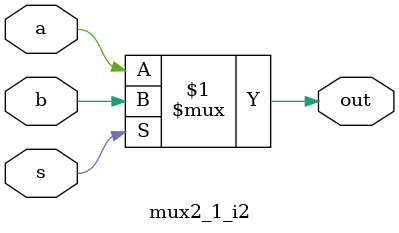
<source format=v>
module mux2_1_i2(output wire out, input wire a, b, s);
// mux con asignación continua

assign out = s ? b : a; //oper. condicional de C, sintaxis [condicion ? valor_si_cierta : valor_si_falsa] 

endmodule

</source>
